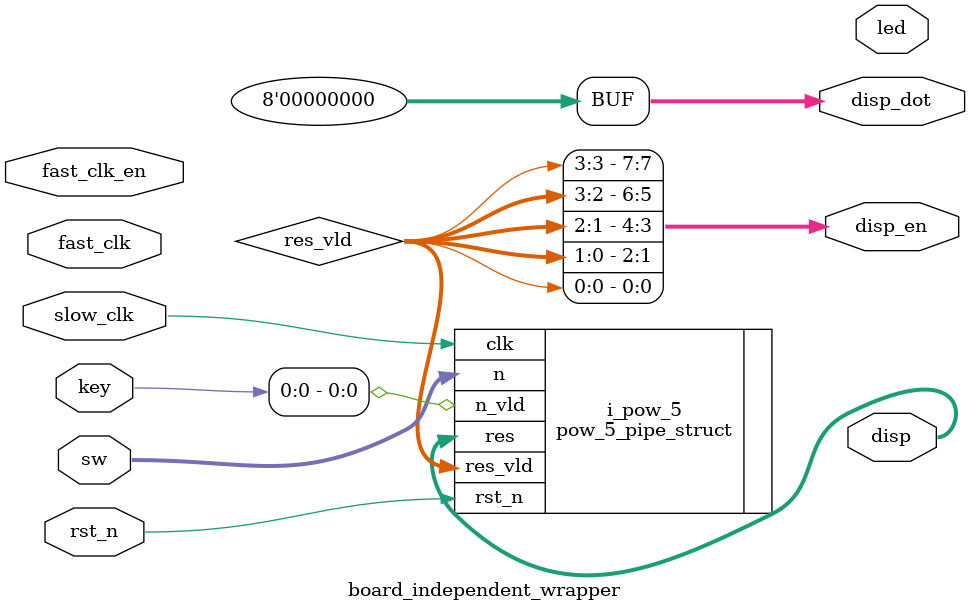
<source format=v>
module board_independent_wrapper
(
    input         fast_clk,
    input         slow_clk,
    input         rst_n,
    input         fast_clk_en,
    input  [ 3:0] key,
    input  [ 7:0] sw,
    output [ 7:0] led,
    output [ 7:0] disp_en,
    output [31:0] disp,
    output [ 7:0] disp_dot
);

    wire [3:0] res_vld;

    pow_5_pipe_struct
    # (.w (8))
    i_pow_5
    (
        .clk     ( slow_clk    ),
        .rst_n   ( rst_n       ),
        .n_vld   ( key [0]     ),
        .n       ( sw          ),
        .res_vld ( res_vld     ),
        .res     ( disp [31:0] )
    );

    assign disp_en  =
    {
        res_vld [3], res_vld [3],
        res_vld [2], res_vld [2],
        res_vld [1], res_vld [1],
        res_vld [0], res_vld [0]
    };

    assign disp_dot = 8'b0;

endmodule

</source>
